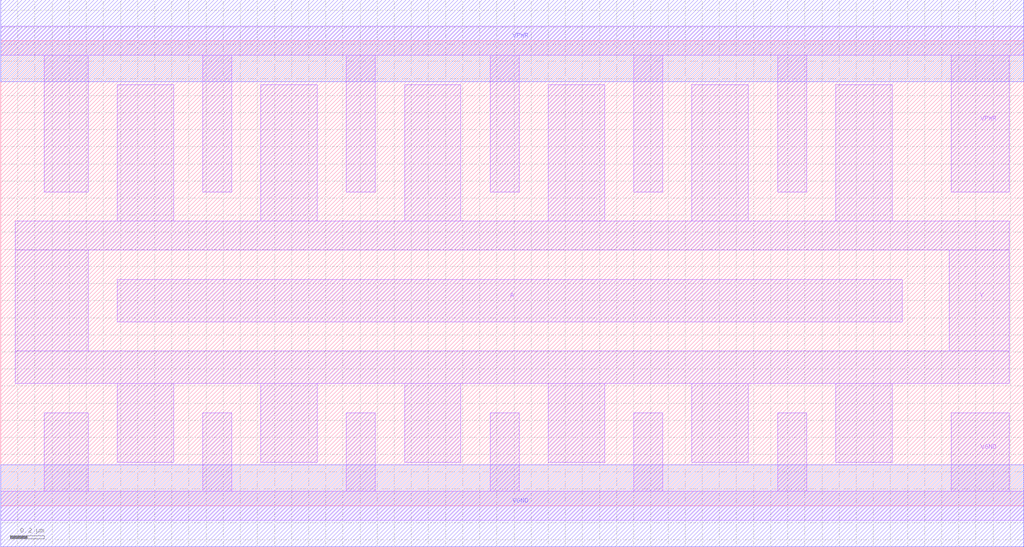
<source format=lef>
# Copyright 2020 The SkyWater PDK Authors
#
# Licensed under the Apache License, Version 2.0 (the "License");
# you may not use this file except in compliance with the License.
# You may obtain a copy of the License at
#
#     https://www.apache.org/licenses/LICENSE-2.0
#
# Unless required by applicable law or agreed to in writing, software
# distributed under the License is distributed on an "AS IS" BASIS,
# WITHOUT WARRANTIES OR CONDITIONS OF ANY KIND, either express or implied.
# See the License for the specific language governing permissions and
# limitations under the License.
#
# SPDX-License-Identifier: Apache-2.0

VERSION 5.5 ;
NAMESCASESENSITIVE ON ;
BUSBITCHARS "[]" ;
DIVIDERCHAR "/" ;
MACRO sky130_fd_sc_hd__inv_12
  CLASS CORE ;
  SOURCE USER ;
  ORIGIN  0.000000  0.000000 ;
  SIZE  5.980000 BY  2.720000 ;
  SYMMETRY X Y R90 ;
  SITE unithd ;
  PIN A
    ANTENNAGATEAREA  2.970000 ;
    DIRECTION INPUT ;
    USE SIGNAL ;
    PORT
      LAYER li1 ;
        RECT 0.680000 1.075000 5.270000 1.325000 ;
    END
  END A
  PIN Y
    ANTENNADIFFAREA  2.673000 ;
    DIRECTION OUTPUT ;
    USE SIGNAL ;
    PORT
      LAYER li1 ;
        RECT 0.085000 0.715000 5.895000 0.905000 ;
        RECT 0.085000 0.905000 0.510000 1.495000 ;
        RECT 0.085000 1.495000 5.895000 1.665000 ;
        RECT 0.680000 0.255000 1.010000 0.715000 ;
        RECT 0.680000 1.665000 1.010000 2.465000 ;
        RECT 1.520000 0.255000 1.850000 0.715000 ;
        RECT 1.520000 1.665000 1.850000 2.465000 ;
        RECT 2.360000 0.255000 2.690000 0.715000 ;
        RECT 2.360000 1.665000 2.690000 2.465000 ;
        RECT 3.200000 0.255000 3.530000 0.715000 ;
        RECT 3.200000 1.665000 3.530000 2.465000 ;
        RECT 4.040000 0.255000 4.370000 0.715000 ;
        RECT 4.040000 1.665000 4.370000 2.465000 ;
        RECT 4.880000 0.255000 5.210000 0.715000 ;
        RECT 4.880000 1.665000 5.210000 2.465000 ;
        RECT 5.545000 0.905000 5.895000 1.495000 ;
    END
  END Y
  PIN VGND
    DIRECTION INOUT ;
    SHAPE ABUTMENT ;
    USE GROUND ;
    PORT
      LAYER li1 ;
        RECT 0.000000 -0.085000 5.980000 0.085000 ;
        RECT 0.255000  0.085000 0.510000 0.545000 ;
        RECT 1.180000  0.085000 1.350000 0.545000 ;
        RECT 2.020000  0.085000 2.190000 0.545000 ;
        RECT 2.860000  0.085000 3.030000 0.545000 ;
        RECT 3.700000  0.085000 3.870000 0.545000 ;
        RECT 4.540000  0.085000 4.710000 0.545000 ;
        RECT 5.555000  0.085000 5.895000 0.545000 ;
    END
    PORT
      LAYER met1 ;
        RECT 0.000000 -0.240000 5.980000 0.240000 ;
    END
  END VGND
  PIN VPWR
    DIRECTION INOUT ;
    SHAPE ABUTMENT ;
    USE POWER ;
    PORT
      LAYER li1 ;
        RECT 0.000000 2.635000 5.980000 2.805000 ;
        RECT 0.255000 1.835000 0.510000 2.635000 ;
        RECT 1.180000 1.835000 1.350000 2.635000 ;
        RECT 2.020000 1.835000 2.190000 2.635000 ;
        RECT 2.860000 1.835000 3.030000 2.635000 ;
        RECT 3.700000 1.835000 3.870000 2.635000 ;
        RECT 4.540000 1.835000 4.710000 2.635000 ;
        RECT 5.555000 1.835000 5.895000 2.635000 ;
    END
    PORT
      LAYER met1 ;
        RECT 0.000000 2.480000 5.980000 2.960000 ;
    END
  END VPWR
  OBS
  END
END sky130_fd_sc_hd__inv_12
END LIBRARY

</source>
